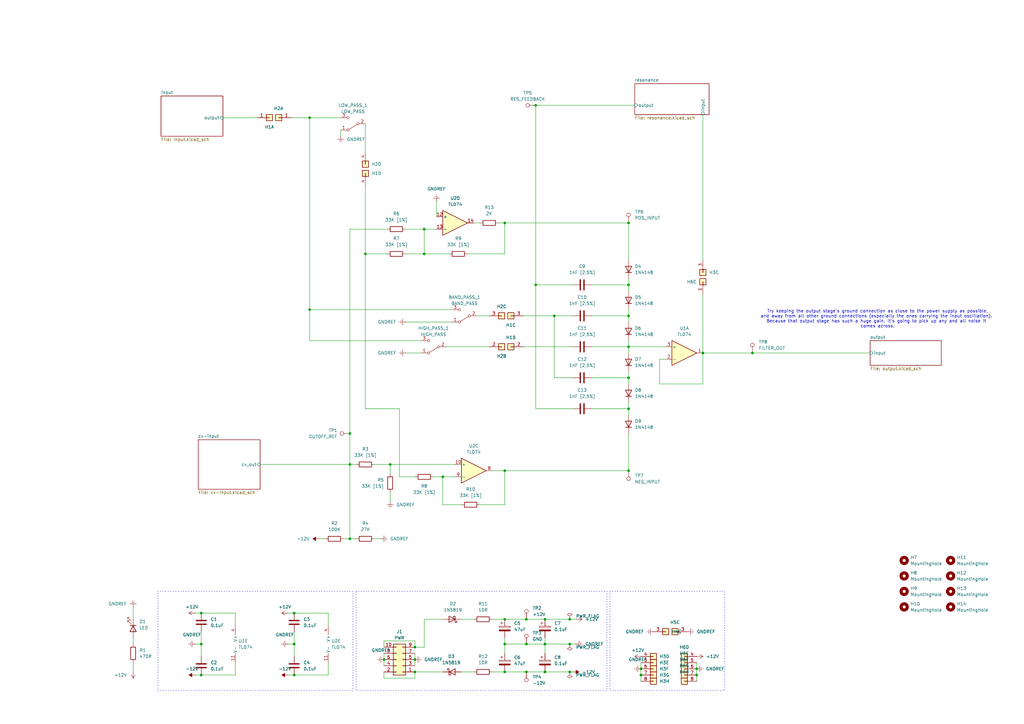
<source format=kicad_sch>
(kicad_sch (version 20250114) (generator "eeschema") (generator_version "9.0")
  (paper "A3")
  (rectangle (start 250.19 242.57) (end 297.18 283.21) (stroke (width 0.25) (type dot)))
  (rectangle (start 146.05 242.57) (end 248.92 283.21) (stroke (width 0.25) (type dot)))
  (rectangle (start 64.77 242.57) (end 144.78 283.21) (stroke (width 0.25) (type dot)))
  (text "Try keeping the output stage's ground connection as close to the power supply as possible,\nand away from all other ground connections (especially the ones carrying the input oscillation). \nBecause that output stage has such a huge gain, it's going to pick up any and all noise it \ncomes across.\n\n" (at 359.918 131.826 0) (effects (font (size 1.27 1.27))))
  (junction (at 262.89 276.86))
  (junction (at 257.81 91.44))
  (junction (at 285.75 276.86))
  (junction (at 82.55 276.86))
  (junction (at 285.75 274.32))
  (junction (at 219.71 43.18))
  (junction (at 143.51 177.8))
  (junction (at 120.65 264.16))
  (junction (at 207.01 264.16))
  (junction (at 233.68 275.59))
  (junction (at 173.99 104.14))
  (junction (at 257.81 116.84))
  (junction (at 219.71 116.84))
  (junction (at 223.52 264.16))
  (junction (at 157.48 270.51))
  (junction (at 257.81 167.64))
  (junction (at 233.68 254))
  (junction (at 223.52 254))
  (junction (at 257.81 129.54))
  (junction (at 127 127))
  (junction (at 149.86 104.14))
  (junction (at 160.02 190.5))
  (junction (at 143.51 190.5))
  (junction (at 257.81 142.24))
  (junction (at 82.55 251.46))
  (junction (at 308.61 144.78))
  (junction (at 82.55 264.16))
  (junction (at 181.61 195.58))
  (junction (at 170.18 275.59))
  (junction (at 207.01 193.04))
  (junction (at 257.81 154.94))
  (junction (at 207.01 254))
  (junction (at 170.18 270.51))
  (junction (at 120.65 276.86))
  (junction (at 143.51 220.98))
  (junction (at 215.9 264.16))
  (junction (at 170.18 265.43))
  (junction (at 227.33 129.54))
  (junction (at 173.99 93.98))
  (junction (at 288.29 144.78))
  (junction (at 215.9 254))
  (junction (at 207.01 275.59))
  (junction (at 215.9 275.59))
  (junction (at 233.68 264.16))
  (junction (at 262.89 274.32))
  (junction (at 207.01 91.44))
  (junction (at 223.52 275.59))
  (junction (at 257.81 193.04))
  (junction (at 127 48.26))
  (junction (at 120.65 251.46))
  (wire (pts (xy 134.62 271.78) (xy 134.62 276.86)))
  (wire (pts (xy 170.18 278.13) (xy 170.18 275.59)))
  (wire (pts (xy 119.38 48.26) (xy 127 48.26)))
  (wire (pts (xy 160.02 190.5) (xy 160.02 194.31)))
  (wire (pts (xy 270.51 157.48) (xy 288.29 157.48)))
  (wire (pts (xy 127 127) (xy 127 139.7)))
  (wire (pts (xy 166.37 104.14) (xy 173.99 104.14)))
  (wire (pts (xy 219.71 43.18) (xy 260.35 43.18)))
  (wire (pts (xy 186.69 195.58) (xy 181.61 195.58)))
  (wire (pts (xy 214.63 142.24) (xy 234.95 142.24)))
  (wire (pts (xy 118.11 276.86) (xy 120.65 276.86)))
  (wire (pts (xy 91.44 48.26) (xy 105.41 48.26)))
  (wire (pts (xy 82.55 259.08) (xy 82.55 264.16)))
  (wire (pts (xy 173.99 254) (xy 181.61 254)))
  (wire (pts (xy 173.99 93.98) (xy 173.99 104.14)))
  (wire (pts (xy 82.55 276.86) (xy 96.52 276.86)))
  (wire (pts (xy 143.51 220.98) (xy 146.05 220.98)))
  (wire (pts (xy 133.35 220.98) (xy 130.81 220.98)))
  (wire (pts (xy 257.81 167.64) (xy 257.81 165.1)))
  (wire (pts (xy 96.52 271.78) (xy 96.52 276.86)))
  (wire (pts (xy 156.21 220.98) (xy 153.67 220.98)))
  (wire (pts (xy 170.18 262.89) (xy 157.48 262.89)))
  (wire (pts (xy 170.18 265.43) (xy 170.18 262.89)))
  (wire (pts (xy 170.18 267.97) (xy 170.18 270.51)))
  (wire (pts (xy 215.9 254) (xy 223.52 254)))
  (wire (pts (xy 196.85 207.01) (xy 207.01 207.01)))
  (wire (pts (xy 262.89 276.86) (xy 262.89 279.4)))
  (wire (pts (xy 285.75 271.78) (xy 285.75 274.32)))
  (wire (pts (xy 153.67 190.5) (xy 160.02 190.5)))
  (wire (pts (xy 54.61 261.62) (xy 54.61 264.16)))
  (wire (pts (xy 163.83 167.64) (xy 163.83 195.58)))
  (wire (pts (xy 149.86 104.14) (xy 149.86 167.64)))
  (wire (pts (xy 120.65 259.08) (xy 120.65 264.16)))
  (wire (pts (xy 82.55 264.16) (xy 80.01 264.16)))
  (wire (pts (xy 120.65 264.16) (xy 120.65 269.24)))
  (wire (pts (xy 143.51 190.5) (xy 143.51 220.98)))
  (wire (pts (xy 201.93 193.04) (xy 207.01 193.04)))
  (wire (pts (xy 257.81 106.68) (xy 257.81 91.44)))
  (wire (pts (xy 257.81 167.64) (xy 257.81 170.18)))
  (wire (pts (xy 82.55 251.46) (xy 96.52 251.46)))
  (wire (pts (xy 227.33 154.94) (xy 227.33 129.54)))
  (wire (pts (xy 262.89 271.78) (xy 262.89 274.32)))
  (wire (pts (xy 143.51 93.98) (xy 143.51 177.8)))
  (wire (pts (xy 223.52 275.59) (xy 233.68 275.59)))
  (wire (pts (xy 223.52 264.16) (xy 233.68 264.16)))
  (wire (pts (xy 214.63 129.54) (xy 227.33 129.54)))
  (wire (pts (xy 157.48 275.59) (xy 157.48 278.13)))
  (wire (pts (xy 143.51 177.8) (xy 143.51 190.5)))
  (wire (pts (xy 288.29 120.65) (xy 288.29 144.78)))
  (wire (pts (xy 173.99 104.14) (xy 184.15 104.14)))
  (wire (pts (xy 288.29 144.78) (xy 288.29 157.48)))
  (wire (pts (xy 189.23 275.59) (xy 194.31 275.59)))
  (wire (pts (xy 170.18 270.51) (xy 170.18 273.05)))
  (wire (pts (xy 308.61 144.78) (xy 356.87 144.78)))
  (wire (pts (xy 134.62 251.46) (xy 134.62 256.54)))
  (wire (pts (xy 181.61 207.01) (xy 189.23 207.01)))
  (wire (pts (xy 207.01 261.62) (xy 207.01 264.16)))
  (wire (pts (xy 288.29 46.99) (xy 288.29 106.68)))
  (wire (pts (xy 120.65 264.16) (xy 118.11 264.16)))
  (wire (pts (xy 215.9 275.59) (xy 223.52 275.59)))
  (wire (pts (xy 233.68 275.59) (xy 234.95 275.59)))
  (wire (pts (xy 182.88 142.24) (xy 200.66 142.24)))
  (wire (pts (xy 179.07 82.55) (xy 179.07 88.9)))
  (wire (pts (xy 207.01 193.04) (xy 257.81 193.04)))
  (wire (pts (xy 262.89 274.32) (xy 262.89 276.86)))
  (wire (pts (xy 120.65 276.86) (xy 134.62 276.86)))
  (wire (pts (xy 270.51 147.32) (xy 273.05 147.32)))
  (wire (pts (xy 204.47 91.44) (xy 207.01 91.44)))
  (wire (pts (xy 146.05 190.5) (xy 143.51 190.5)))
  (wire (pts (xy 257.81 177.8) (xy 257.81 193.04)))
  (wire (pts (xy 207.01 254) (xy 215.9 254)))
  (wire (pts (xy 257.81 127) (xy 257.81 129.54)))
  (wire (pts (xy 157.48 267.97) (xy 157.48 270.51)))
  (wire (pts (xy 234.95 167.64) (xy 219.71 167.64)))
  (wire (pts (xy 166.37 93.98) (xy 173.99 93.98)))
  (wire (pts (xy 257.81 114.3) (xy 257.81 116.84)))
  (wire (pts (xy 191.77 104.14) (xy 207.01 104.14)))
  (wire (pts (xy 257.81 157.48) (xy 257.81 154.94)))
  (wire (pts (xy 233.68 264.16) (xy 236.22 264.16)))
  (wire (pts (xy 219.71 116.84) (xy 219.71 43.18)))
  (wire (pts (xy 242.57 129.54) (xy 257.81 129.54)))
  (wire (pts (xy 160.02 205.74) (xy 160.02 201.93)))
  (wire (pts (xy 166.37 144.78) (xy 172.72 144.78)))
  (wire (pts (xy 234.95 116.84) (xy 219.71 116.84)))
  (wire (pts (xy 158.75 93.98) (xy 143.51 93.98)))
  (wire (pts (xy 270.51 147.32) (xy 270.51 157.48)))
  (wire (pts (xy 82.55 264.16) (xy 82.55 269.24)))
  (wire (pts (xy 140.97 220.98) (xy 143.51 220.98)))
  (wire (pts (xy 215.9 264.16) (xy 223.52 264.16)))
  (wire (pts (xy 127 139.7) (xy 172.72 139.7)))
  (wire (pts (xy 173.99 254) (xy 173.99 265.43)))
  (wire (pts (xy 257.81 142.24) (xy 273.05 142.24)))
  (wire (pts (xy 223.52 254) (xy 233.68 254)))
  (wire (pts (xy 54.61 275.59) (xy 54.61 271.78)))
  (wire (pts (xy 242.57 154.94) (xy 257.81 154.94)))
  (wire (pts (xy 149.86 50.8) (xy 149.86 62.23)))
  (wire (pts (xy 149.86 76.2) (xy 149.86 104.14)))
  (wire (pts (xy 207.01 264.16) (xy 207.01 267.97)))
  (wire (pts (xy 170.18 275.59) (xy 181.61 275.59)))
  (wire (pts (xy 242.57 116.84) (xy 257.81 116.84)))
  (wire (pts (xy 285.75 276.86) (xy 285.75 279.4)))
  (wire (pts (xy 163.83 167.64) (xy 149.86 167.64)))
  (wire (pts (xy 201.93 275.59) (xy 207.01 275.59)))
  (wire (pts (xy 219.71 167.64) (xy 219.71 116.84)))
  (wire (pts (xy 127 48.26) (xy 139.7 48.26)))
  (wire (pts (xy 257.81 144.78) (xy 257.81 142.24)))
  (wire (pts (xy 194.31 91.44) (xy 196.85 91.44)))
  (wire (pts (xy 201.93 254) (xy 207.01 254)))
  (wire (pts (xy 139.7 55.88) (xy 139.7 53.34)))
  (wire (pts (xy 207.01 275.59) (xy 215.9 275.59)))
  (wire (pts (xy 173.99 93.98) (xy 179.07 93.98)))
  (wire (pts (xy 127 48.26) (xy 127 127)))
  (wire (pts (xy 233.68 254) (xy 236.22 254)))
  (wire (pts (xy 157.48 270.51) (xy 157.48 273.05)))
  (wire (pts (xy 149.86 104.14) (xy 158.75 104.14)))
  (wire (pts (xy 257.81 116.84) (xy 257.81 119.38)))
  (wire (pts (xy 157.48 278.13) (xy 170.18 278.13)))
  (wire (pts (xy 181.61 195.58) (xy 181.61 207.01)))
  (wire (pts (xy 118.11 251.46) (xy 120.65 251.46)))
  (wire (pts (xy 80.01 276.86) (xy 82.55 276.86)))
  (wire (pts (xy 207.01 264.16) (xy 215.9 264.16)))
  (wire (pts (xy 189.23 254) (xy 194.31 254)))
  (wire (pts (xy 54.61 248.92) (xy 54.61 254)))
  (wire (pts (xy 257.81 129.54) (xy 257.81 132.08)))
  (wire (pts (xy 223.52 264.16) (xy 223.52 267.97)))
  (wire (pts (xy 173.99 265.43) (xy 170.18 265.43)))
  (wire (pts (xy 177.8 195.58) (xy 181.61 195.58)))
  (wire (pts (xy 120.65 251.46) (xy 134.62 251.46)))
  (wire (pts (xy 223.52 261.62) (xy 223.52 264.16)))
  (wire (pts (xy 96.52 251.46) (xy 96.52 256.54)))
  (wire (pts (xy 207.01 91.44) (xy 207.01 104.14)))
  (wire (pts (xy 80.01 251.46) (xy 82.55 251.46)))
  (wire (pts (xy 242.57 142.24) (xy 257.81 142.24)))
  (wire (pts (xy 257.81 139.7) (xy 257.81 142.24)))
  (wire (pts (xy 207.01 207.01) (xy 207.01 193.04)))
  (wire (pts (xy 127 127) (xy 185.42 127)))
  (wire (pts (xy 106.68 190.5) (xy 143.51 190.5)))
  (wire (pts (xy 288.29 144.78) (xy 308.61 144.78)))
  (wire (pts (xy 242.57 167.64) (xy 257.81 167.64)))
  (wire (pts (xy 166.37 132.08) (xy 185.42 132.08)))
  (wire (pts (xy 227.33 154.94) (xy 234.95 154.94)))
  (wire (pts (xy 170.18 195.58) (xy 163.83 195.58)))
  (wire (pts (xy 157.48 262.89) (xy 157.48 265.43)))
  (wire (pts (xy 257.81 152.4) (xy 257.81 154.94)))
  (wire (pts (xy 160.02 190.5) (xy 186.69 190.5)))
  (wire (pts (xy 285.75 274.32) (xy 285.75 276.86)))
  (wire (pts (xy 227.33 129.54) (xy 234.95 129.54)))
  (wire (pts (xy 207.01 91.44) (xy 257.81 91.44)))
  (wire (pts (xy 195.58 129.54) (xy 200.66 129.54)))
  (symbol (lib_id "synth:R_Default") (at 160.02 198.12 0) (unit 1)
    (property "Reference" "R5" (at 157.48 196.8499 0) (effects (justify right)))
    (property "Value" "33K [1%]" (at 157.48 199.3899 0) (effects (justify right)))
    (property "Footprint" "Synth:R_Default (DIN0207)" (effects (hide yes)))
    (property "Description" "Resistor" (effects (hide yes)))
  )
  (symbol (lib_id "synth:PinHeader_01x04") (at 114.3 48.26 180) (unit 1)
    (property "Reference" "H2" (at 114.3 44.45 0))
    (property "Value" "PinHeader_01x04" (effects (hide yes)))
    (property "Footprint" "Synth:PinHeader_1x04_P2.54mm_Vertical" (effects (hide yes)))
    (property "Description" "Generic connector, single row, 01x01, script generated (kicad-library-utils/schlib/autogen/connector/)" (effects (hide yes)))
  )
  (symbol (lib_id "synth:R_Default") (at 187.96 104.14 270) (unit 1)
    (property "Reference" "R9" (at 187.96 97.79 90))
    (property "Value" "33K [1%]" (at 187.96 100.33 90))
    (property "Footprint" "Synth:R_Default (DIN0207)" (effects (hide yes)))
    (property "Description" "Resistor" (effects (hide yes)))
  )
  (symbol (lib_id "Device:C") (at 82.55 273.05 0) (unit 1)
    (property "Reference" "C2" (at 86.36 271.7799 0) (effects (justify left)))
    (property "Value" "0.1uF" (at 86.36 274.3199 0) (effects (justify left)))
    (property "Footprint" "Capacitor_THT:C_Disc_D6.0mm_W2.5mm_P5.00mm" (effects (hide yes)))
    (property "Description" "Unpolarized capacitor" (effects (hide yes)))
  )
  (symbol (lib_id "synth:D_Signal (1N4148)") (at 257.81 161.29 90) (unit 1)
    (property "Reference" "D8" (at 260.35 160.0199 90) (effects (justify right)))
    (property "Value" "1N4148" (at 260.35 162.5599 90) (effects (justify right)))
    (property "Footprint" "Synth:D_DO-35_SOD27_P7.62mm_Horizontal" (effects (hide yes)))
    (property "Datasheet" "https://assets.nexperia.com/documents/data-sheet/1N4148_1N4448.pdf" (effects (hide yes)))
    (property "Description" "100V 0.15A standard switching diode, DO-35" (effects (hide yes)))
    (property "Sim.Device" "D" (effects (hide yes)))
    (property "Sim.Pins" "1=K 2=A" (effects (hide yes)))
  )
  (symbol (lib_id "power:-12V") (at 234.95 275.59 270) (unit 1)
    (property "Reference" "#PWR018" (effects (hide yes)))
    (property "Value" "-12V" (at 238.76 275.5899 90) (effects (justify left)))
    (property "Description" "Power symbol creates a global label with name \"-12V\"" (effects (hide yes)))
  )
  (symbol (lib_id "synth:PinHeader_01x08") (at 267.97 269.24 0) (unit 4)
    (property "Reference" "H3" (at 270.51 269.2399 0) (effects (justify left)))
    (property "Value" "PinHeader_01x08" (effects (hide yes)))
    (property "Footprint" "Synth:PinHeader_1x08_P2.54mm_Vertical" (effects (hide yes)))
    (property "Description" "Generic connector, single row, 01x01, script generated (kicad-library-utils/schlib/autogen/connector/)" (effects (hide yes)))
  )
  (symbol (lib_id "power:GNDREF") (at 166.37 144.78 270) (unit 1)
    (property "Reference" "#PWR015" (effects (hide yes)))
    (property "Value" "GNDREF" (at 162.56 144.7799 90) (effects (justify right)))
    (property "Description" "Power symbol creates a global label with name \"GNDREF\" , reference supply ground" (effects (hide yes)))
  )
  (symbol (lib_id "power:GNDREF") (at 54.61 248.92 0) (mirror x) (unit 1)
    (property "Reference" "#PWR01" (effects (hide yes)))
    (property "Value" "GNDREF" (at 52.07 247.6499 0) (effects (justify right)))
    (property "Description" "Power symbol creates a global label with name \"GNDREF\" , reference supply ground" (effects (hide yes)))
  )
  (symbol (lib_id "synth:PinSocket_01x08") (at 280.67 271.78 180) (unit 5)
    (property "Reference" "H6" (at 280.67 267.97 0))
    (property "Value" "PinSocket_01x08" (effects (hide yes)))
    (property "Footprint" "Synth:PinSocket_1x08_P2.54mm_Vertical" (effects (hide yes)))
    (property "Description" "Generic connector, single row, 01x01, script generated (kicad-library-utils/schlib/autogen/connector/)" (effects (hide yes)))
  )
  (symbol (lib_id "Device:C") (at 120.65 273.05 0) (unit 1)
    (property "Reference" "C4" (at 124.46 271.7799 0) (effects (justify left)))
    (property "Value" "0.1uF" (at 124.46 274.3199 0) (effects (justify left)))
    (property "Footprint" "Capacitor_THT:C_Disc_D6.0mm_W2.5mm_P5.00mm" (effects (hide yes)))
    (property "Description" "Unpolarized capacitor" (effects (hide yes)))
  )
  (symbol (lib_id "synth:PinSocket_01x08") (at 280.67 279.4 180) (unit 8)
    (property "Reference" "H6" (at 280.67 275.59 0))
    (property "Value" "PinSocket_01x08" (effects (hide yes)))
    (property "Footprint" "Synth:PinSocket_1x08_P2.54mm_Vertical" (effects (hide yes)))
    (property "Description" "Generic connector, single row, 01x01, script generated (kicad-library-utils/schlib/autogen/connector/)" (effects (hide yes)))
  )
  (symbol (lib_id "synth:LED (5mm)") (at 54.61 257.81 270) (unit 1)
    (property "Reference" "D1" (at 57.15 254.9524 90) (effects (justify left)))
    (property "Value" "LED" (at 57.15 257.4924 90) (effects (justify left)))
    (property "Footprint" "Synth:LED_D5.0mm (center Aligned)" (effects (hide yes)))
    (property "Description" "Light emitting diode" (effects (hide yes)))
  )
  (symbol (lib_id "power:GNDREF") (at 139.7 55.88 0) (mirror y) (unit 1)
    (property "Reference" "#PWR010" (effects (hide yes)))
    (property "Value" "GNDREF" (at 142.24 57.1499 0) (effects (justify right)))
    (property "Description" "Power symbol creates a global label with name \"GNDREF\" , reference supply ground" (effects (hide yes)))
  )
  (symbol (lib_id "synth:D_Schottky (1N5819)") (at 185.42 275.59 0) (unit 1)
    (property "Reference" "D3" (at 185.1025 269.24 0))
    (property "Value" "1N5819" (at 185.1025 271.78 0))
    (property "Footprint" "Synth:D_DO-41_SOD81_P10.16mm_Horizontal" (effects (hide yes)))
    (property "Datasheet" "http://www.vishay.com/docs/88525/1n5817.pdf" (effects (hide yes)))
    (property "Description" "40V 1A Schottky Barrier Rectifier Diode, DO-41" (effects (hide yes)))
  )
  (symbol (lib_id "Mechanical:MountingHole") (at 389.89 248.92 0) (unit 1) (exclude_from_sim yes) (in_bom no)
    (property "Reference" "H14" (at 392.43 247.6499 0) (effects (justify left)))
    (property "Value" "MountingHole" (at 392.43 250.1899 0) (effects (justify left)))
    (property "Footprint" "MountingHole:MountingHole_3.2mm_M3" (effects (hide yes)))
    (property "Description" "Mounting Hole without connection" (effects (hide yes)))
  )
  (symbol (lib_id "Amplifier_Operational:TL074") (at 186.69 91.44 0) (unit 4)
    (property "Reference" "U2" (at 186.69 81.28 0))
    (property "Value" "TL074" (at 186.69 83.82 0))
    (property "Footprint" "Package_DIP:DIP-14_W7.62mm_Socket_LongPads" (effects (hide yes)))
    (property "Datasheet" "http://www.ti.com/lit/ds/symlink/tl071.pdf" (effects (hide yes)))
    (property "Description" "Quad Low-Noise JFET-Input Operational Amplifiers, DIP-14/SOIC-14" (effects (hide yes)))
  )
  (symbol (lib_id "power:+12V") (at 285.75 269.24 270) (unit 1)
    (property "Reference" "#PWR026" (effects (hide yes)))
    (property "Value" "+12V" (at 289.56 269.2399 90) (effects (justify left)))
    (property "Description" "Power symbol creates a global label with name \"+12V\"" (effects (hide yes)))
  )
  (symbol (lib_id "power:GNDREF") (at 166.37 132.08 270) (unit 1)
    (property "Reference" "#PWR014" (effects (hide yes)))
    (property "Value" "GNDREF" (at 162.56 132.0799 90) (effects (justify right)))
    (property "Description" "Power symbol creates a global label with name \"GNDREF\" , reference supply ground" (effects (hide yes)))
  )
  (symbol (lib_id "power:GNDREF") (at 285.75 274.32 90) (unit 1)
    (property "Reference" "#PWR027" (effects (hide yes)))
    (property "Value" "GNDREF" (at 289.56 274.3199 90) (effects (justify right)))
    (property "Description" "Power symbol creates a global label with name \"GNDREF\" , reference supply ground" (effects (hide yes)))
  )
  (symbol (lib_id "power:GNDREF") (at 80.01 264.16 270) (unit 1)
    (property "Reference" "#PWR04" (effects (hide yes)))
    (property "Value" "GNDREF" (at 78.74 260.35 90))
    (property "Description" "Power symbol creates a global label with name \"GNDREF\" , reference supply ground" (effects (hide yes)))
  )
  (symbol (lib_id "synth:R_Default") (at 137.16 220.98 90) (unit 1)
    (property "Reference" "R2" (at 137.16 214.63 90))
    (property "Value" "100K" (at 137.16 217.17 90))
    (property "Footprint" "Synth:R_Default (DIN0207)" (effects (hide yes)))
    (property "Description" "Resistor" (effects (hide yes)))
  )
  (symbol (lib_id "power:+12V") (at 262.89 269.24 90) (unit 1)
    (property "Reference" "#PWR021" (effects (hide yes)))
    (property "Value" "+12V" (at 261.62 266.7 90))
    (property "Description" "Power symbol creates a global label with name \"+12V\"" (effects (hide yes)))
  )
  (symbol (lib_id "synth:R_Default") (at 198.12 275.59 90) (unit 1)
    (property "Reference" "R12" (at 198.12 269.24 90))
    (property "Value" "10R" (at 198.12 271.78 90))
    (property "Footprint" "Synth:R_Default (DIN0207)" (effects (hide yes)))
    (property "Description" "Resistor" (effects (hide yes)))
  )
  (symbol (lib_id "synth:C_sm (MKS)") (at 238.76 129.54 90) (unit 1)
    (property "Reference" "C10" (at 238.76 121.92 90))
    (property "Value" "1nF [2,5%]" (at 238.76 124.46 90))
    (property "Footprint" "Synth:C_RECT_WIMA_0.1uF" (effects (hide yes)))
    (property "Description" "Unpolarized capacitor" (effects (hide yes)))
  )
  (symbol (lib_id "power:GNDREF") (at 281.94 259.08 90) (mirror x) (unit 1)
    (property "Reference" "#PWR025" (effects (hide yes)))
    (property "Value" "GNDREF" (at 285.75 259.0799 90) (effects (justify right)))
    (property "Description" "Power symbol creates a global label with name \"GNDREF\" , reference supply ground" (effects (hide yes)))
  )
  (symbol (lib_id "synth:C_sm (MKS)") (at 238.76 154.94 90) (unit 1)
    (property "Reference" "C12" (at 238.76 147.32 90))
    (property "Value" "1nF [2,5%]" (at 238.76 149.86 90))
    (property "Footprint" "Synth:C_RECT_WIMA_0.1uF" (effects (hide yes)))
    (property "Description" "Unpolarized capacitor" (effects (hide yes)))
  )
  (symbol (lib_id "power:PWR_FLAG") (at 233.68 254 0) (unit 1)
    (property "Reference" "#FLG01" (effects (hide yes)))
    (property "Value" "PWR_FLAG" (at 236.22 252.7299 0) (effects (justify left)))
    (property "Description" "Special symbol for telling ERC where power comes from" (effects (hide yes)))
  )
  (symbol (lib_id "power:+12V") (at 54.61 275.59 180) (unit 1)
    (property "Reference" "#PWR02" (effects (hide yes)))
    (property "Value" "+12V" (at 52.07 276.8599 0) (effects (justify left)))
    (property "Description" "Power symbol creates a global label with name \"+12V\"" (effects (hide yes)))
  )
  (symbol (lib_id "synth:C_sm (MKS)") (at 238.76 167.64 90) (unit 1)
    (property "Reference" "C13" (at 238.76 160.02 90))
    (property "Value" "1nF [2,5%]" (at 238.76 162.56 90))
    (property "Footprint" "Synth:C_RECT_WIMA_0.1uF" (effects (hide yes)))
    (property "Description" "Unpolarized capacitor" (effects (hide yes)))
  )
  (symbol (lib_id "synth:D_Schottky (1N5819)") (at 185.42 254 180) (unit 1)
    (property "Reference" "D2" (at 185.7375 247.65 0))
    (property "Value" "1N5819" (at 185.7375 250.19 0))
    (property "Footprint" "Synth:D_DO-41_SOD81_P10.16mm_Horizontal" (effects (hide yes)))
    (property "Datasheet" "http://www.vishay.com/docs/88525/1n5817.pdf" (effects (hide yes)))
    (property "Description" "40V 1A Schottky Barrier Rectifier Diode, DO-41" (effects (hide yes)))
  )
  (symbol (lib_id "synth:C_sm (MKS)") (at 238.76 142.24 90) (unit 1)
    (property "Reference" "C11" (at 238.76 134.62 90))
    (property "Value" "1nF [2,5%]" (at 238.76 137.16 90))
    (property "Footprint" "Synth:C_RECT_WIMA_0.1uF" (effects (hide yes)))
    (property "Description" "Unpolarized capacitor" (effects (hide yes)))
  )
  (symbol (lib_id "Device:C_Polarized") (at 223.52 271.78 0) (unit 1)
    (property "Reference" "C8" (at 227.33 269.6209 0) (effects (justify left)))
    (property "Value" "0.1uF" (at 227.33 272.1609 0) (effects (justify left)))
    (property "Footprint" "Capacitor_THT:CP_Radial_D4.0mm_P2.00mm" (effects (hide yes)))
    (property "Description" "Polarized capacitor" (effects (hide yes)))
  )
  (symbol (lib_id "Connector:TestPoint") (at 257.81 91.44 0) (unit 1)
    (property "Reference" "TP6" (at 260.35 86.8679 0) (effects (justify left)))
    (property "Value" "POS_INPUT" (at 260.35 89.4079 0) (effects (justify left)))
    (property "Footprint" "Connector_Pin:Pin_D1.0mm_L10.0mm" (effects (hide yes)))
    (property "Description" "test point" (effects (hide yes)))
  )
  (symbol (lib_id "synth:PinHeader_01x04") (at 205.74 129.54 0) (unit 3)
    (property "Reference" "H2" (at 205.74 125.73 0))
    (property "Value" "PinHeader_01x04" (effects (hide yes)))
    (property "Footprint" "Synth:PinHeader_1x04_P2.54mm_Vertical" (effects (hide yes)))
    (property "Description" "Generic connector, single row, 01x01, script generated (kicad-library-utils/schlib/autogen/connector/)" (effects (hide yes)))
  )
  (symbol (lib_id "synth:PinHeader_01x08") (at 267.97 271.78 0) (unit 5)
    (property "Reference" "H3" (at 270.51 271.7799 0) (effects (justify left)))
    (property "Value" "PinHeader_01x08" (effects (hide yes)))
    (property "Footprint" "Synth:PinHeader_1x08_P2.54mm_Vertical" (effects (hide yes)))
    (property "Description" "Generic connector, single row, 01x01, script generated (kicad-library-utils/schlib/autogen/connector/)" (effects (hide yes)))
  )
  (symbol (lib_id "synth:PinSocket_01x08") (at 280.67 269.24 180) (unit 4)
    (property "Reference" "H6" (at 280.67 265.43 0))
    (property "Value" "PinSocket_01x08" (effects (hide yes)))
    (property "Footprint" "Synth:PinSocket_1x08_P2.54mm_Vertical" (effects (hide yes)))
    (property "Description" "Generic connector, single row, 01x01, script generated (kicad-library-utils/schlib/autogen/connector/)" (effects (hide yes)))
  )
  (symbol (lib_id "power:PWR_FLAG") (at 233.68 264.16 180) (unit 1)
    (property "Reference" "#FLG02" (effects (hide yes)))
    (property "Value" "PWR_FLAG" (at 236.22 265.4299 0) (effects (justify right)))
    (property "Description" "Special symbol for telling ERC where power comes from" (effects (hide yes)))
  )
  (symbol (lib_id "Device:C_Polarized") (at 207.01 271.78 0) (unit 1)
    (property "Reference" "C6" (at 210.82 269.6209 0) (effects (justify left)))
    (property "Value" "47uF" (at 210.82 272.1609 0) (effects (justify left)))
    (property "Footprint" "Capacitor_THT:CP_Radial_D6.3mm_P2.50mm" (effects (hide yes)))
    (property "Description" "Polarized capacitor" (effects (hide yes)))
  )
  (symbol (lib_id "power:GNDREF") (at 236.22 264.16 90) (unit 1)
    (property "Reference" "#PWR020" (effects (hide yes)))
    (property "Value" "GNDREF" (at 240.03 264.1599 90) (effects (justify right)))
    (property "Description" "Power symbol creates a global label with name \"GNDREF\" , reference supply ground" (effects (hide yes)))
  )
  (symbol (lib_id "synth:D_Signal (1N4148)") (at 257.81 148.59 90) (unit 1)
    (property "Reference" "D7" (at 260.35 147.3199 90) (effects (justify right)))
    (property "Value" "1N4148" (at 260.35 149.8599 90) (effects (justify right)))
    (property "Footprint" "Synth:D_DO-35_SOD27_P7.62mm_Horizontal" (effects (hide yes)))
    (property "Datasheet" "https://assets.nexperia.com/documents/data-sheet/1N4148_1N4448.pdf" (effects (hide yes)))
    (property "Description" "100V 0.15A standard switching diode, DO-35" (effects (hide yes)))
    (property "Sim.Device" "D" (effects (hide yes)))
    (property "Sim.Pins" "1=K 2=A" (effects (hide yes)))
  )
  (symbol (lib_id "Amplifier_Operational:TL074") (at 194.31 193.04 0) (unit 3)
    (property "Reference" "U2" (at 194.31 182.88 0))
    (property "Value" "TL074" (at 194.31 185.42 0))
    (property "Footprint" "Package_DIP:DIP-14_W7.62mm_Socket_LongPads" (effects (hide yes)))
    (property "Datasheet" "http://www.ti.com/lit/ds/symlink/tl071.pdf" (effects (hide yes)))
    (property "Description" "Quad Low-Noise JFET-Input Operational Amplifiers, DIP-14/SOIC-14" (effects (hide yes)))
  )
  (symbol (lib_id "power:-12V") (at 80.01 276.86 90) (unit 1)
    (property "Reference" "#PWR05" (effects (hide yes)))
    (property "Value" "-12V" (at 78.74 274.32 90))
    (property "Description" "Power symbol creates a global label with name \"-12V\"" (effects (hide yes)))
  )
  (symbol (lib_id "synth:PinSocket_01x08") (at 288.29 115.57 90) (unit 3)
    (property "Reference" "H6" (at 285.75 115.5699 90) (effects (justify left)))
    (property "Value" "PinSocket_01x08" (effects (hide yes)))
    (property "Footprint" "Synth:PinSocket_1x08_P2.54mm_Vertical" (effects (hide yes)))
    (property "Description" "Generic connector, single row, 01x01, script generated (kicad-library-utils/schlib/autogen/connector/)" (effects (hide yes)))
  )
  (symbol (lib_id "synth:PinSocket_01x04") (at 209.55 129.54 180) (unit 3)
    (property "Reference" "H1" (at 209.55 133.35 0))
    (property "Value" "PinSocket_01x04" (effects (hide yes)))
    (property "Footprint" "Synth:PinSocket_1x04_P2.54mm_Vertical" (effects (hide yes)))
    (property "Description" "Generic connector, single row, 01x01, script generated (kicad-library-utils/schlib/autogen/connector/)" (effects (hide yes)))
  )
  (symbol (lib_id "power:GNDREF") (at 118.11 264.16 270) (unit 1)
    (property "Reference" "#PWR07" (effects (hide yes)))
    (property "Value" "GNDREF" (at 116.84 260.35 90))
    (property "Description" "Power symbol creates a global label with name \"GNDREF\" , reference supply ground" (effects (hide yes)))
  )
  (symbol (lib_id "Connector:TestPoint") (at 143.51 177.8 90) (unit 1)
    (property "Reference" "TP1" (at 138.43 176.5299 90) (effects (justify left)))
    (property "Value" "CUTOFF_REF" (at 138.43 179.0699 90) (effects (justify left)))
    (property "Footprint" "Connector_Pin:Pin_D1.0mm_L10.0mm" (effects (hide yes)))
    (property "Description" "test point" (effects (hide yes)))
  )
  (symbol (lib_id "power:GNDREF") (at 267.97 259.08 270) (mirror x) (unit 1)
    (property "Reference" "#PWR024" (effects (hide yes)))
    (property "Value" "GNDREF" (at 264.16 259.0799 90) (effects (justify right)))
    (property "Description" "Power symbol creates a global label with name \"GNDREF\" , reference supply ground" (effects (hide yes)))
  )
  (symbol (lib_id "Device:C_Polarized") (at 207.01 257.81 0) (unit 1)
    (property "Reference" "C5" (at 210.82 255.6509 0) (effects (justify left)))
    (property "Value" "47uF" (at 210.82 258.1909 0) (effects (justify left)))
    (property "Footprint" "Capacitor_THT:CP_Radial_D6.3mm_P2.50mm" (effects (hide yes)))
    (property "Description" "Polarized capacitor" (effects (hide yes)))
  )
  (symbol (lib_id "Device:C") (at 120.65 255.27 0) (unit 1)
    (property "Reference" "C3" (at 124.46 253.9999 0) (effects (justify left)))
    (property "Value" "0.1uF" (at 124.46 256.5399 0) (effects (justify left)))
    (property "Footprint" "Capacitor_THT:C_Disc_D6.0mm_W2.5mm_P5.00mm" (effects (hide yes)))
    (property "Description" "Unpolarized capacitor" (effects (hide yes)))
  )
  (symbol (lib_id "synth:R_Default") (at 193.04 207.01 90) (unit 1)
    (property "Reference" "R10" (at 193.04 200.66 90))
    (property "Value" "33K [1%]" (at 193.04 203.2 90))
    (property "Footprint" "Synth:R_Default (DIN0207)" (effects (hide yes)))
    (property "Description" "Resistor" (effects (hide yes)))
  )
  (symbol (lib_id "synth:Conn_02x05_EuroRack_Power") (at 163.83 270.51 180) (unit 1)
    (property "Reference" "J1" (at 163.83 259.08 0))
    (property "Value" "PWR" (at 163.83 261.62 0))
    (property "Footprint" "Synth:IDC-Header_2x05_P2.54mm_Vertical" (effects (hide yes)))
  )
  (symbol (lib_id "power:GNDREF") (at 262.89 274.32 270) (unit 1)
    (property "Reference" "#PWR022" (effects (hide yes)))
    (property "Value" "GNDREF" (at 261.62 270.51 90))
    (property "Description" "Power symbol creates a global label with name \"GNDREF\" , reference supply ground" (effects (hide yes)))
  )
  (symbol (lib_id "synth:PinHeader_01x08") (at 288.29 111.76 270) (unit 3)
    (property "Reference" "H3" (at 290.83 111.7599 90) (effects (justify left)))
    (property "Value" "PinHeader_01x08" (effects (hide yes)))
    (property "Footprint" "Synth:PinHeader_1x08_P2.54mm_Vertical" (effects (hide yes)))
    (property "Description" "Generic connector, single row, 01x01, script generated (kicad-library-utils/schlib/autogen/connector/)" (effects (hide yes)))
  )
  (symbol (lib_id "power:GNDREF") (at 170.18 270.51 90) (unit 1)
    (property "Reference" "#PWR016" (effects (hide yes)))
    (property "Value" "GNDREF" (at 173.99 270.5099 90) (effects (justify right)))
    (property "Description" "Power symbol creates a global label with name \"GNDREF\" , reference supply ground" (effects (hide yes)))
  )
  (symbol (lib_id "synth:PinSocket_01x04") (at 110.49 48.26 0) (unit 1)
    (property "Reference" "H1" (at 110.49 52.07 0))
    (property "Value" "PinSocket_01x04" (effects (hide yes)))
    (property "Footprint" "Synth:PinSocket_1x04_P2.54mm_Vertical" (effects (hide yes)))
    (property "Description" "Generic connector, single row, 01x01, script generated (kicad-library-utils/schlib/autogen/connector/)" (effects (hide yes)))
  )
  (symbol (lib_id "Connector:TestPoint") (at 257.81 193.04 180) (unit 1)
    (property "Reference" "TP7" (at 260.35 195.0719 0) (effects (justify right)))
    (property "Value" "NEG_INPUT" (at 260.35 197.6119 0) (effects (justify right)))
    (property "Footprint" "Connector_Pin:Pin_D1.0mm_L10.0mm" (effects (hide yes)))
    (property "Description" "test point" (effects (hide yes)))
  )
  (symbol (lib_id "synth:PinHeader_01x04") (at 149.86 67.31 270) (unit 4)
    (property "Reference" "H2" (at 152.4 67.3099 90) (effects (justify left)))
    (property "Value" "PinHeader_01x04" (effects (hide yes)))
    (property "Footprint" "Synth:PinHeader_1x04_P2.54mm_Vertical" (effects (hide yes)))
    (property "Description" "Generic connector, single row, 01x01, script generated (kicad-library-utils/schlib/autogen/connector/)" (effects (hide yes)))
  )
  (symbol (lib_id "power:GNDREF") (at 156.21 220.98 90) (unit 1)
    (property "Reference" "#PWR011" (effects (hide yes)))
    (property "Value" "GNDREF" (at 160.02 220.9799 90) (effects (justify right)))
    (property "Description" "Power symbol creates a global label with name \"GNDREF\" , reference supply ground" (effects (hide yes)))
  )
  (symbol (lib_id "Connector:TestPoint") (at 215.9 264.16 0) (unit 1)
    (property "Reference" "TP3" (at 218.44 259.5879 0) (effects (justify left)))
    (property "Value" "GND" (at 218.44 262.1279 0) (effects (justify left)))
    (property "Footprint" "Connector_Pin:Pin_D1.0mm_L10.0mm" (effects (hide yes)))
    (property "Description" "test point" (effects (hide yes)))
  )
  (symbol (lib_id "Connector:TestPoint") (at 215.9 254 0) (unit 1)
    (property "Reference" "TP2" (at 218.44 249.4279 0) (effects (justify left)))
    (property "Value" "+12V" (at 218.44 251.9679 0) (effects (justify left)))
    (property "Footprint" "Connector_Pin:Pin_D1.0mm_L10.0mm" (effects (hide yes)))
    (property "Description" "test point" (effects (hide yes)))
  )
  (symbol (lib_id "synth:PinHeader_01x08") (at 267.97 274.32 0) (unit 6)
    (property "Reference" "H3" (at 270.51 274.3199 0) (effects (justify left)))
    (property "Value" "PinHeader_01x08" (effects (hide yes)))
    (property "Footprint" "Synth:PinHeader_1x08_P2.54mm_Vertical" (effects (hide yes)))
    (property "Description" "Generic connector, single row, 01x01, script generated (kicad-library-utils/schlib/autogen/connector/)" (effects (hide yes)))
  )
  (symbol (lib_id "Device:C") (at 82.55 255.27 0) (unit 1)
    (property "Reference" "C1" (at 86.36 253.9999 0) (effects (justify left)))
    (property "Value" "0.1uF" (at 86.36 256.5399 0) (effects (justify left)))
    (property "Footprint" "Capacitor_THT:C_Disc_D6.0mm_W2.5mm_P5.00mm" (effects (hide yes)))
    (property "Description" "Unpolarized capacitor" (effects (hide yes)))
  )
  (symbol (lib_id "synth:C_sm (MKS)") (at 238.76 116.84 90) (unit 1)
    (property "Reference" "C9" (at 238.76 109.22 90))
    (property "Value" "1nF [2,5%]" (at 238.76 111.76 90))
    (property "Footprint" "Synth:C_RECT_WIMA_0.1uF" (effects (hide yes)))
    (property "Description" "Unpolarized capacitor" (effects (hide yes)))
  )
  (symbol (lib_id "Mechanical:MountingHole") (at 370.84 242.57 0) (unit 1) (exclude_from_sim yes) (in_bom no)
    (property "Reference" "H9" (at 373.38 241.2999 0) (effects (justify left)))
    (property "Value" "MountingHole" (at 373.38 243.8399 0) (effects (justify left)))
    (property "Footprint" "MountingHole:MountingHole_3.2mm_M3" (effects (hide yes)))
    (property "Description" "Mounting Hole without connection" (effects (hide yes)))
  )
  (symbol (lib_id "Connector:TestPoint") (at 215.9 275.59 180) (unit 1)
    (property "Reference" "TP4" (at 218.44 277.6219 0) (effects (justify right)))
    (property "Value" "-12V" (at 218.44 280.1619 0) (effects (justify right)))
    (property "Footprint" "Connector_Pin:Pin_D1.0mm_L10.0mm" (effects (hide yes)))
    (property "Description" "test point" (effects (hide yes)))
  )
  (symbol (lib_id "synth:PinSocket_01x04") (at 209.55 142.24 180) (unit 2)
    (property "Reference" "H1" (at 209.55 138.43 0))
    (property "Value" "PinSocket_01x04" (effects (hide yes)))
    (property "Footprint" "Synth:PinSocket_1x04_P2.54mm_Vertical" (effects (hide yes)))
    (property "Description" "Generic connector, single row, 01x01, script generated (kicad-library-utils/schlib/autogen/connector/)" (effects (hide yes)))
  )
  (symbol (lib_id "Connector:TestPoint") (at 219.71 43.18 90) (unit 1)
    (property "Reference" "TP5" (at 216.408 38.1 90))
    (property "Value" "RES_FEEDBACK" (at 216.408 40.64 90))
    (property "Footprint" "Connector_Pin:Pin_D1.0mm_L10.0mm" (effects (hide yes)))
    (property "Description" "test point" (effects (hide yes)))
  )
  (symbol (lib_id "synth:R_Default") (at 54.61 267.97 0) (unit 1)
    (property "Reference" "R1" (at 57.15 266.6999 0) (effects (justify left)))
    (property "Value" "470R" (at 57.15 269.2399 0) (effects (justify left)))
    (property "Footprint" "Synth:R_Default (DIN0207)" (effects (hide yes)))
    (property "Description" "Resistor" (effects (hide yes)))
  )
  (symbol (lib_id "Device:C_Polarized") (at 223.52 257.81 0) (unit 1)
    (property "Reference" "C7" (at 227.33 255.6509 0) (effects (justify left)))
    (property "Value" "0.1uF" (at 227.33 258.1909 0) (effects (justify left)))
    (property "Footprint" "Capacitor_THT:CP_Radial_D4.0mm_P2.00mm" (effects (hide yes)))
    (property "Description" "Polarized capacitor" (effects (hide yes)))
  )
  (symbol (lib_id "synth:PinHeader_01x04") (at 276.86 259.08 180) (unit 3)
    (property "Reference" "H5" (at 276.86 255.27 0))
    (property "Value" "PinHeader_01x04" (effects (hide yes)))
    (property "Footprint" "Synth:PinHeader_1x04_P2.54mm_Vertical" (effects (hide yes)))
    (property "Description" "Generic connector, single row, 01x01, script generated (kicad-library-utils/schlib/autogen/connector/)" (effects (hide yes)))
  )
  (symbol (lib_id "power:GNDREF") (at 157.48 270.51 270) (unit 1)
    (property "Reference" "#PWR012" (effects (hide yes)))
    (property "Value" "GNDREF" (at 156.21 266.7 90))
    (property "Description" "Power symbol creates a global label with name \"GNDREF\" , reference supply ground" (effects (hide yes)))
  )
  (symbol (lib_id "synth:R_Default") (at 162.56 104.14 270) (unit 1)
    (property "Reference" "R7" (at 162.56 97.79 90))
    (property "Value" "33K [1%]" (at 162.56 100.33 90))
    (property "Footprint" "Synth:R_Default (DIN0207)" (effects (hide yes)))
    (property "Description" "Resistor" (effects (hide yes)))
  )
  (symbol (lib_id "synth:PinSocket_01x08") (at 280.67 274.32 180) (unit 6)
    (property "Reference" "H6" (at 280.67 270.51 0))
    (property "Value" "PinSocket_01x08" (effects (hide yes)))
    (property "Footprint" "Synth:PinSocket_1x08_P2.54mm_Vertical" (effects (hide yes)))
    (property "Description" "Generic connector, single row, 01x01, script generated (kicad-library-utils/schlib/autogen/connector/)" (effects (hide yes)))
  )
  (symbol (lib_id "synth:PinHeader_01x08") (at 267.97 276.86 0) (unit 7)
    (property "Reference" "H3" (at 270.51 276.8599 0) (effects (justify left)))
    (property "Value" "PinHeader_01x08" (effects (hide yes)))
    (property "Footprint" "Synth:PinHeader_1x08_P2.54mm_Vertical" (effects (hide yes)))
    (property "Description" "Generic connector, single row, 01x01, script generated (kicad-library-utils/schlib/autogen/connector/)" (effects (hide yes)))
  )
  (symbol (lib_id "synth:PinHeader_01x08") (at 267.97 279.4 0) (unit 8)
    (property "Reference" "H3" (at 270.51 279.3999 0) (effects (justify left)))
    (property "Value" "PinHeader_01x08" (effects (hide yes)))
    (property "Footprint" "Synth:PinHeader_1x08_P2.54mm_Vertical" (effects (hide yes)))
    (property "Description" "Generic connector, single row, 01x01, script generated (kicad-library-utils/schlib/autogen/connector/)" (effects (hide yes)))
  )
  (symbol (lib_id "synth:PinSocket_01x04") (at 149.86 71.12 90) (unit 4)
    (property "Reference" "H1" (at 152.4 71.1199 90) (effects (justify right)))
    (property "Value" "PinSocket_01x04" (effects (hide yes)))
    (property "Footprint" "Synth:PinSocket_1x04_P2.54mm_Vertical" (effects (hide yes)))
    (property "Description" "Generic connector, single row, 01x01, script generated (kicad-library-utils/schlib/autogen/connector/)" (effects (hide yes)))
  )
  (symbol (lib_id "Mechanical:MountingHole") (at 389.89 229.87 0) (unit 1) (exclude_from_sim yes) (in_bom no)
    (property "Reference" "H11" (at 392.43 228.5999 0) (effects (justify left)))
    (property "Value" "MountingHole" (at 392.43 231.1399 0) (effects (justify left)))
    (property "Footprint" "MountingHole:MountingHole_3.2mm_M3" (effects (hide yes)))
    (property "Description" "Mounting Hole without connection" (effects (hide yes)))
  )
  (symbol (lib_id "power:-12V") (at 118.11 276.86 90) (unit 1)
    (property "Reference" "#PWR08" (effects (hide yes)))
    (property "Value" "-12V" (at 116.84 274.32 90))
    (property "Description" "Power symbol creates a global label with name \"-12V\"" (effects (hide yes)))
  )
  (symbol (lib_id "synth:R_Default") (at 173.99 195.58 270) (unit 1)
    (property "Reference" "R8" (at 173.99 199.39 90))
    (property "Value" "33K [1%]" (at 173.99 201.93 90))
    (property "Footprint" "Synth:R_Default (DIN0207)" (effects (hide yes)))
    (property "Description" "Resistor" (effects (hide yes)))
  )
  (symbol (lib_id "power:+12V") (at 118.11 251.46 90) (unit 1)
    (property "Reference" "#PWR06" (effects (hide yes)))
    (property "Value" "+12V" (at 116.84 248.92 90))
    (property "Description" "Power symbol creates a global label with name \"+12V\"" (effects (hide yes)))
  )
  (symbol (lib_id "synth:D_Signal (1N4148)") (at 257.81 123.19 90) (unit 1)
    (property "Reference" "D5" (at 260.35 121.9199 90) (effects (justify right)))
    (property "Value" "1N4148" (at 260.35 124.4599 90) (effects (justify right)))
    (property "Footprint" "Synth:D_DO-35_SOD27_P7.62mm_Horizontal" (effects (hide yes)))
    (property "Datasheet" "https://assets.nexperia.com/documents/data-sheet/1N4148_1N4448.pdf" (effects (hide yes)))
    (property "Description" "100V 0.15A standard switching diode, DO-35" (effects (hide yes)))
    (property "Sim.Device" "D" (effects (hide yes)))
    (property "Sim.Pins" "1=K 2=A" (effects (hide yes)))
  )
  (symbol (lib_id "synth:D_Signal (1N4148)") (at 257.81 135.89 90) (unit 1)
    (property "Reference" "D6" (at 260.35 134.6199 90) (effects (justify right)))
    (property "Value" "1N4148" (at 260.35 137.1599 90) (effects (justify right)))
    (property "Footprint" "Synth:D_DO-35_SOD27_P7.62mm_Horizontal" (effects (hide yes)))
    (property "Datasheet" "https://assets.nexperia.com/documents/data-sheet/1N4148_1N4448.pdf" (effects (hide yes)))
    (property "Description" "100V 0.15A standard switching diode, DO-35" (effects (hide yes)))
    (property "Sim.Device" "D" (effects (hide yes)))
    (property "Sim.Pins" "1=K 2=A" (effects (hide yes)))
  )
  (symbol (lib_id "synth:R_Default") (at 149.86 190.5 90) (unit 1)
    (property "Reference" "R3" (at 149.86 184.15 90))
    (property "Value" "33K [1%]" (at 149.86 186.69 90))
    (property "Footprint" "Synth:R_Default (DIN0207)" (effects (hide yes)))
    (property "Description" "Resistor" (effects (hide yes)))
  )
  (symbol (lib_id "Mechanical:MountingHole") (at 370.84 229.87 0) (unit 1) (exclude_from_sim yes) (in_bom no)
    (property "Reference" "H7" (at 373.38 228.5999 0) (effects (justify left)))
    (property "Value" "MountingHole" (at 373.38 231.1399 0) (effects (justify left)))
    (property "Footprint" "MountingHole:MountingHole_3.2mm_M3" (effects (hide yes)))
    (property "Description" "Mounting Hole without connection" (effects (hide yes)))
  )
  (symbol (lib_id "Amplifier_Operational:TL074") (at 137.16 264.16 0) (unit 5)
    (property "Reference" "U2" (at 135.89 262.8899 0) (effects (justify left)))
    (property "Value" "TL074" (at 135.89 265.4299 0) (effects (justify left)))
    (property "Footprint" "Package_DIP:DIP-14_W7.62mm_Socket_LongPads" (effects (hide yes)))
    (property "Datasheet" "http://www.ti.com/lit/ds/symlink/tl071.pdf" (effects (hide yes)))
    (property "Description" "Quad Low-Noise JFET-Input Operational Amplifiers, DIP-14/SOIC-14" (effects (hide yes)))
  )
  (symbol (lib_id "Mechanical:MountingHole") (at 370.84 248.92 0) (unit 1) (exclude_from_sim yes) (in_bom no)
    (property "Reference" "H10" (at 373.38 247.6499 0) (effects (justify left)))
    (property "Value" "MountingHole" (at 373.38 250.1899 0) (effects (justify left)))
    (property "Footprint" "MountingHole:MountingHole_3.2mm_M3" (effects (hide yes)))
    (property "Description" "Mounting Hole without connection" (effects (hide yes)))
  )
  (symbol (lib_id "power:+12V") (at 236.22 254 270) (unit 1)
    (property "Reference" "#PWR019" (effects (hide yes)))
    (property "Value" "+12V" (at 240.03 253.9999 90) (effects (justify left)))
    (property "Description" "Power symbol creates a global label with name \"+12V\"" (effects (hide yes)))
  )
  (symbol (lib_id "synth:D_Signal (1N4148)") (at 257.81 173.99 90) (unit 1)
    (property "Reference" "D9" (at 260.35 172.7199 90) (effects (justify right)))
    (property "Value" "1N4148" (at 260.35 175.2599 90) (effects (justify right)))
    (property "Footprint" "Synth:D_DO-35_SOD27_P7.62mm_Horizontal" (effects (hide yes)))
    (property "Datasheet" "https://assets.nexperia.com/documents/data-sheet/1N4148_1N4448.pdf" (effects (hide yes)))
    (property "Description" "100V 0.15A standard switching diode, DO-35" (effects (hide yes)))
    (property "Sim.Device" "D" (effects (hide yes)))
    (property "Sim.Pins" "1=K 2=A" (effects (hide yes)))
  )
  (symbol (lib_id "Mechanical:MountingHole") (at 370.84 236.22 0) (unit 1) (exclude_from_sim yes) (in_bom no)
    (property "Reference" "H8" (at 373.38 234.9499 0) (effects (justify left)))
    (property "Value" "MountingHole" (at 373.38 237.4899 0) (effects (justify left)))
    (property "Footprint" "MountingHole:MountingHole_3.2mm_M3" (effects (hide yes)))
    (property "Description" "Mounting Hole without connection" (effects (hide yes)))
  )
  (symbol (lib_id "Connector:TestPoint") (at 308.61 144.78 0) (unit 1)
    (property "Reference" "TP8" (at 311.15 140.2079 0) (effects (justify left)))
    (property "Value" "FILTER_OUT" (at 311.15 142.7479 0) (effects (justify left)))
    (property "Footprint" "Connector_Pin:Pin_D1.0mm_L10.0mm" (effects (hide yes)))
    (property "Description" "test point" (effects (hide yes)))
  )
  (symbol (lib_id "Amplifier_Operational:TL074") (at 280.67 144.78 0) (unit 1)
    (property "Reference" "U1" (at 280.67 134.62 0))
    (property "Value" "TL074" (at 280.67 137.16 0))
    (property "Footprint" "Package_DIP:DIP-14_W7.62mm_Socket_LongPads" (effects (hide yes)))
    (property "Datasheet" "http://www.ti.com/lit/ds/symlink/tl071.pdf" (effects (hide yes)))
    (property "Description" "Quad Low-Noise JFET-Input Operational Amplifiers, DIP-14/SOIC-14" (effects (hide yes)))
  )
  (symbol (lib_id "synth:PinSocket_01x04") (at 273.05 259.08 0) (unit 3)
    (property "Reference" "H4" (at 275.59 259.0799 0) (effects (justify left)))
    (property "Value" "PinSocket_01x04" (effects (hide yes)))
    (property "Footprint" "Synth:PinSocket_1x04_P2.54mm_Vertical" (effects (hide yes)))
    (property "Description" "Generic connector, single row, 01x01, script generated (kicad-library-utils/schlib/autogen/connector/)" (effects (hide yes)))
  )
  (symbol (lib_id "synth:SW_SPDT") (at 177.8 142.24 180) (unit 1)
    (property "Reference" "HIGH_PASS_1" (at 177.8 134.62 0))
    (property "Value" "HIGH_PASS" (at 177.8 137.16 0))
    (property "Footprint" "Synth:SW_default" (effects (hide yes)))
    (property "Description" "Switch, single pole double throw" (effects (hide yes)))
  )
  (symbol (lib_id "Mechanical:MountingHole") (at 389.89 236.22 0) (unit 1) (exclude_from_sim yes) (in_bom no)
    (property "Reference" "H12" (at 392.43 234.9499 0) (effects (justify left)))
    (property "Value" "MountingHole" (at 392.43 237.4899 0) (effects (justify left)))
    (property "Footprint" "MountingHole:MountingHole_3.2mm_M3" (effects (hide yes)))
    (property "Description" "Mounting Hole without connection" (effects (hide yes)))
  )
  (symbol (lib_id "synth:PinHeader_01x04") (at 205.74 142.24 0) (unit 2)
    (property "Reference" "H2" (at 205.74 146.05 0))
    (property "Value" "PinHeader_01x04" (effects (hide yes)))
    (property "Footprint" "Synth:PinHeader_1x04_P2.54mm_Vertical" (effects (hide yes)))
    (property "Description" "Generic connector, single row, 01x01, script generated (kicad-library-utils/schlib/autogen/connector/)" (effects (hide yes)))
  )
  (symbol (lib_id "power:GNDREF") (at 160.02 205.74 0) (unit 1)
    (property "Reference" "#PWR013" (effects (hide yes)))
    (property "Value" "GNDREF" (at 162.56 207.0099 0) (effects (justify left)))
    (property "Description" "Power symbol creates a global label with name \"GNDREF\" , reference supply ground" (effects (hide yes)))
  )
  (symbol (lib_id "synth:R_Default") (at 198.12 254 90) (unit 1)
    (property "Reference" "R11" (at 198.12 247.65 90))
    (property "Value" "10R" (at 198.12 250.19 90))
    (property "Footprint" "Synth:R_Default (DIN0207)" (effects (hide yes)))
    (property "Description" "Resistor" (effects (hide yes)))
  )
  (symbol (lib_id "synth:R_Default") (at 162.56 93.98 270) (unit 1)
    (property "Reference" "R6" (at 162.56 87.63 90))
    (property "Value" "33K [1%]" (at 162.56 90.17 90))
    (property "Footprint" "Synth:R_Default (DIN0207)" (effects (hide yes)))
    (property "Description" "Resistor" (effects (hide yes)))
  )
  (symbol (lib_id "power:PWR_FLAG") (at 233.68 275.59 180) (unit 1)
    (property "Reference" "#FLG03" (effects (hide yes)))
    (property "Value" "PWR_FLAG" (at 236.22 276.8599 0) (effects (justify right)))
    (property "Description" "Special symbol for telling ERC where power comes from" (effects (hide yes)))
  )
  (symbol (lib_id "synth:SW_SPDT") (at 190.5 129.54 180) (unit 1)
    (property "Reference" "BAND_PASS_1" (at 190.5 121.92 0))
    (property "Value" "BAND_PASS" (at 190.5 124.46 0))
    (property "Footprint" "Synth:SW_default" (effects (hide yes)))
    (property "Description" "Switch, single pole double throw" (effects (hide yes)))
  )
  (symbol (lib_id "synth:D_Signal (1N4148)") (at 257.81 110.49 90) (unit 1)
    (property "Reference" "D4" (at 260.35 109.2199 90) (effects (justify right)))
    (property "Value" "1N4148" (at 260.35 111.7599 90) (effects (justify right)))
    (property "Footprint" "Synth:D_DO-35_SOD27_P7.62mm_Horizontal" (effects (hide yes)))
    (property "Datasheet" "https://assets.nexperia.com/documents/data-sheet/1N4148_1N4448.pdf" (effects (hide yes)))
    (property "Description" "100V 0.15A standard switching diode, DO-35" (effects (hide yes)))
    (property "Sim.Device" "D" (effects (hide yes)))
    (property "Sim.Pins" "1=K 2=A" (effects (hide yes)))
  )
  (symbol (lib_id "power:GNDREF") (at 179.07 82.55 180) (unit 1)
    (property "Reference" "#PWR017" (effects (hide yes)))
    (property "Value" "GNDREF" (at 179.07 77.47 0))
    (property "Description" "Power symbol creates a global label with name \"GNDREF\" , reference supply ground" (effects (hide yes)))
  )
  (symbol (lib_id "synth:R_Default") (at 149.86 220.98 90) (unit 1)
    (property "Reference" "R4" (at 149.86 214.63 90))
    (property "Value" "27K" (at 149.86 217.17 90))
    (property "Footprint" "Synth:R_Default (DIN0207)" (effects (hide yes)))
    (property "Description" "Resistor" (effects (hide yes)))
  )
  (symbol (lib_id "Amplifier_Operational:TL074") (at 99.06 264.16 0) (unit 5)
    (property "Reference" "U1" (at 97.79 262.8899 0) (effects (justify left)))
    (property "Value" "TL074" (at 97.79 265.4299 0) (effects (justify left)))
    (property "Footprint" "Package_DIP:DIP-14_W7.62mm_Socket_LongPads" (effects (hide yes)))
    (property "Datasheet" "http://www.ti.com/lit/ds/symlink/tl071.pdf" (effects (hide yes)))
    (property "Description" "Quad Low-Noise JFET-Input Operational Amplifiers, DIP-14/SOIC-14" (effects (hide yes)))
  )
  (symbol (lib_id "power:+12V") (at 80.01 251.46 90) (unit 1)
    (property "Reference" "#PWR03" (effects (hide yes)))
    (property "Value" "+12V" (at 78.74 248.92 90))
    (property "Description" "Power symbol creates a global label with name \"+12V\"" (effects (hide yes)))
  )
  (symbol (lib_id "synth:R_Default") (at 200.66 91.44 270) (unit 1)
    (property "Reference" "R13" (at 200.66 85.09 90))
    (property "Value" "2K" (at 200.66 87.63 90))
    (property "Footprint" "Synth:R_Default (DIN0207)" (effects (hide yes)))
    (property "Description" "Resistor" (effects (hide yes)))
  )
  (symbol (lib_id "Mechanical:MountingHole") (at 389.89 242.57 0) (unit 1) (exclude_from_sim yes) (in_bom no)
    (property "Reference" "H13" (at 392.43 241.2999 0) (effects (justify left)))
    (property "Value" "MountingHole" (at 392.43 243.8399 0) (effects (justify left)))
    (property "Footprint" "MountingHole:MountingHole_3.2mm_M3" (effects (hide yes)))
    (property "Description" "Mounting Hole without connection" (effects (hide yes)))
  )
  (symbol (lib_id "synth:SW_SPDT") (at 144.78 50.8 180) (unit 1)
    (property "Reference" "LOW_PASS_1" (at 144.78 43.18 0))
    (property "Value" "LOW_PASS" (at 144.78 45.72 0))
    (property "Footprint" "Synth:SW_default" (effects (hide yes)))
    (property "Description" "Switch, single pole double throw" (effects (hide yes)))
  )
  (symbol (lib_id "power:-12V") (at 130.81 220.98 90) (unit 1)
    (property "Reference" "#PWR09" (effects (hide yes)))
    (property "Value" "-12V" (at 127 220.9799 90) (effects (justify left)))
    (property "Description" "Power symbol creates a global label with name \"-12V\"" (effects (hide yes)))
  )
  (symbol (lib_id "synth:PinSocket_01x08") (at 280.67 276.86 180) (unit 7)
    (property "Reference" "H6" (at 280.67 273.05 0))
    (property "Value" "PinSocket_01x08" (effects (hide yes)))
    (property "Footprint" "Synth:PinSocket_1x08_P2.54mm_Vertical" (effects (hide yes)))
    (property "Description" "Generic connector, single row, 01x01, script generated (kicad-library-utils/schlib/autogen/connector/)" (effects (hide yes)))
  )
  (sheet (at 66.04 39.37) (size 25.4 16.51) (stroke (width 0.1524))
    (property "Sheetname" "input" (at 66.04 38.6584 0) (effects (justify left bottom)))
    (property "Sheetfile" "input.kicad_sch" (at 66.04 56.4646 0) (effects (justify left top)))
    (pin "output" input (at 91.44 48.26 0))
  )
  (sheet (at 260.35 34.29) (size 30.48 12.7) (stroke (width 0.1524))
    (property "Sheetname" "resonance" (at 260.35 33.5784 0) (effects (justify left bottom)))
    (property "Sheetfile" "resonance.kicad_sch" (at 260.35 47.5746 0) (effects (justify left top)))
    (pin "output" input (at 260.35 43.18 180))
    (pin "input" input (at 288.29 46.99 270))
  )
  (sheet (at 81.28 180.34) (size 25.4 20.32) (stroke (width 0.1524))
    (property "Sheetname" "cv-input" (at 81.28 179.6284 0) (effects (justify left bottom)))
    (property "Sheetfile" "cv-input.kicad_sch" (at 81.28 201.2446 0) (effects (justify left top)))
    (pin "cv_out" input (at 106.68 190.5 0))
  )
  (sheet (at 356.87 139.7) (size 29.21 10.16) (stroke (width 0.1524))
    (property "Sheetname" "output" (at 356.87 138.9884 0) (effects (justify left bottom)))
    (property "Sheetfile" "output.kicad_sch" (at 356.87 150.4446 0) (effects (justify left top)))
    (pin "input" input (at 356.87 144.78 180))
  )
)
</source>
